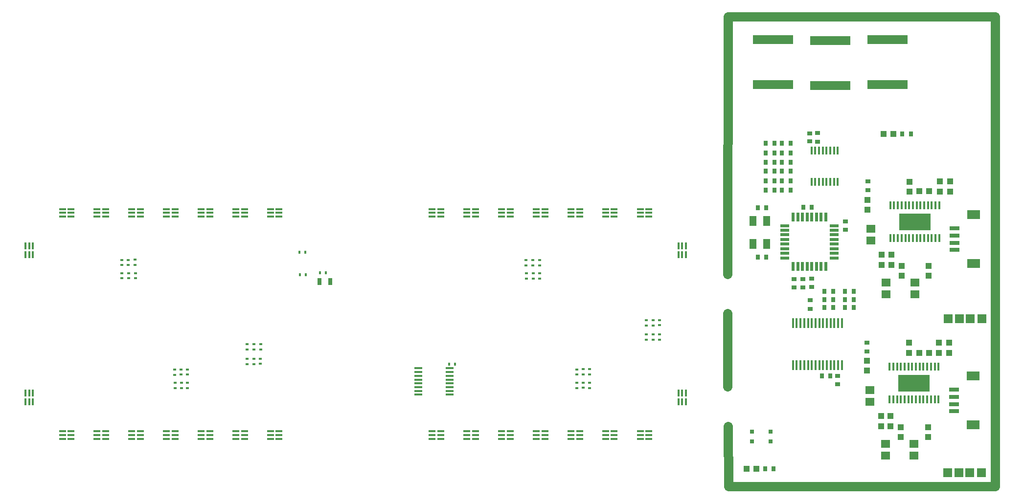
<source format=gtp>
G04*
G04 #@! TF.GenerationSoftware,Altium Limited,Altium Designer,18.1.9 (240)*
G04*
G04 Layer_Color=8421504*
%FSLAX44Y44*%
%MOMM*%
G71*
G01*
G75*
%ADD10R,0.8000X0.9000*%
%ADD11R,2.2000X1.6000*%
%ADD12R,1.8000X0.7000*%
%ADD13R,1.5000X0.5500*%
%ADD14R,0.5500X1.5000*%
%ADD15R,1.5240X1.5240*%
%ADD16R,0.7000X0.9000*%
%ADD17R,7.0000X1.5000*%
%ADD18R,0.3500X1.4000*%
%ADD19R,0.9000X0.7000*%
%ADD20R,1.0000X1.1000*%
%ADD21R,1.5000X1.4000*%
%ADD22R,1.1000X1.0000*%
%ADD23R,5.5118X2.9972*%
%ADD24R,0.3556X1.4224*%
%ADD25R,0.9000X0.8000*%
%ADD26R,0.7000X0.7500*%
%ADD27R,1.2000X1.8000*%
%ADD28R,0.4318X1.6510*%
%ADD40R,0.4500X0.6000*%
%ADD41R,1.4000X0.3500*%
%ADD42R,0.6000X0.4000*%
%ADD43R,0.8000X1.3000*%
%ADD44R,0.3500X1.2000*%
%ADD45R,1.2000X0.3500*%
%ADD46C,1.6000*%
D10*
X1677810Y731520D02*
D03*
X1663810D02*
D03*
X1585070Y645160D02*
D03*
X1599070D02*
D03*
Y730250D02*
D03*
X1585070D02*
D03*
X1696283Y439090D02*
D03*
X1710282D02*
D03*
D11*
X1958572Y718090D02*
D03*
Y633590D02*
D03*
X1957302Y438690D02*
D03*
Y354190D02*
D03*
D12*
X1925572Y669590D02*
D03*
Y657090D02*
D03*
Y682090D02*
D03*
Y694590D02*
D03*
X1924302Y390190D02*
D03*
Y377690D02*
D03*
Y402690D02*
D03*
Y415190D02*
D03*
D13*
X1717390Y699335D02*
D03*
Y691335D02*
D03*
Y683335D02*
D03*
Y675335D02*
D03*
Y667335D02*
D03*
Y659335D02*
D03*
Y651335D02*
D03*
Y643335D02*
D03*
X1631390D02*
D03*
Y651335D02*
D03*
Y659335D02*
D03*
Y667335D02*
D03*
Y675335D02*
D03*
Y683335D02*
D03*
Y691335D02*
D03*
Y699335D02*
D03*
D14*
X1702390Y628335D02*
D03*
X1694390D02*
D03*
X1686390D02*
D03*
X1678390D02*
D03*
X1670390D02*
D03*
X1662390D02*
D03*
X1654390D02*
D03*
X1646390D02*
D03*
Y714335D02*
D03*
X1654390D02*
D03*
X1662390D02*
D03*
X1670390D02*
D03*
X1678390D02*
D03*
X1686390D02*
D03*
X1694390D02*
D03*
X1702390D02*
D03*
D15*
X1914650Y538480D02*
D03*
X1913714Y271780D02*
D03*
X1933700Y538480D02*
D03*
X1952750D02*
D03*
X1973070D02*
D03*
X1972134Y271780D02*
D03*
X1951814D02*
D03*
X1932764D02*
D03*
D16*
X1613660Y842010D02*
D03*
X1598660D02*
D03*
X1613661Y825352D02*
D03*
X1598661D02*
D03*
X1613540Y808990D02*
D03*
X1598540D02*
D03*
X1626600Y842010D02*
D03*
X1641600D02*
D03*
X1626601Y825352D02*
D03*
X1641601D02*
D03*
X1626600Y808990D02*
D03*
X1641600D02*
D03*
X1613660Y777240D02*
D03*
X1598660D02*
D03*
X1613661Y793902D02*
D03*
X1598661D02*
D03*
X1598660Y760730D02*
D03*
X1613660D02*
D03*
X1626600Y777240D02*
D03*
X1641600D02*
D03*
X1715140Y557530D02*
D03*
X1700140D02*
D03*
X1735700Y557530D02*
D03*
X1750700D02*
D03*
X1736011Y571500D02*
D03*
X1751011D02*
D03*
X1735700Y585470D02*
D03*
X1750700D02*
D03*
X1626600Y760730D02*
D03*
X1641600D02*
D03*
X1597448Y278130D02*
D03*
X1612448D02*
D03*
X1626600Y793750D02*
D03*
X1641600D02*
D03*
X1715140Y585470D02*
D03*
X1700140D02*
D03*
X1715140Y571500D02*
D03*
X1700140D02*
D03*
X1850094Y858444D02*
D03*
X1835094D02*
D03*
D17*
X1611030Y943270D02*
D03*
Y1021270D02*
D03*
X1809150Y943270D02*
D03*
Y1021270D02*
D03*
X1710090Y942000D02*
D03*
Y1020000D02*
D03*
D18*
X1723283Y829190D02*
D03*
X1716783D02*
D03*
X1710282D02*
D03*
X1703783D02*
D03*
X1697283D02*
D03*
X1690782D02*
D03*
X1684283D02*
D03*
X1677782D02*
D03*
X1723283Y775190D02*
D03*
X1716783D02*
D03*
X1710282D02*
D03*
X1703783D02*
D03*
X1697283D02*
D03*
X1690782D02*
D03*
X1684283D02*
D03*
X1677782D02*
D03*
D19*
X1736895Y691762D02*
D03*
Y706762D02*
D03*
X1688590Y844670D02*
D03*
Y859670D02*
D03*
X1775284Y760850D02*
D03*
Y775850D02*
D03*
X1774014Y481450D02*
D03*
Y496450D02*
D03*
X1675890Y570110D02*
D03*
Y555110D02*
D03*
X1647995Y607082D02*
D03*
Y592082D02*
D03*
X1723283Y424300D02*
D03*
Y439300D02*
D03*
D20*
X1833824Y629920D02*
D03*
Y612920D02*
D03*
X1899744Y758580D02*
D03*
Y775580D02*
D03*
X1880694Y629920D02*
D03*
Y612920D02*
D03*
X1799414Y631580D02*
D03*
Y648580D02*
D03*
X1816124Y631580D02*
D03*
Y648580D02*
D03*
X1847674Y775190D02*
D03*
Y758190D02*
D03*
X1917524Y775580D02*
D03*
Y758580D02*
D03*
X1774950Y743873D02*
D03*
Y726872D02*
D03*
X1773680Y465446D02*
D03*
Y448446D02*
D03*
X1916254Y496180D02*
D03*
Y479180D02*
D03*
X1846850Y496180D02*
D03*
Y479180D02*
D03*
X1832554Y333520D02*
D03*
Y350520D02*
D03*
X1798144Y369180D02*
D03*
Y352180D02*
D03*
X1814854Y369180D02*
D03*
Y352180D02*
D03*
X1898561Y496180D02*
D03*
Y479180D02*
D03*
X1879424Y333520D02*
D03*
Y350520D02*
D03*
D21*
X1780364Y673647D02*
D03*
Y693647D02*
D03*
X1807034Y580550D02*
D03*
Y600550D02*
D03*
X1856564Y580550D02*
D03*
Y600550D02*
D03*
X1779094Y414247D02*
D03*
Y394247D02*
D03*
X1805764Y321150D02*
D03*
Y301150D02*
D03*
X1855294Y321150D02*
D03*
Y301150D02*
D03*
D22*
X1864320Y759460D02*
D03*
X1881320D02*
D03*
X1864451Y479187D02*
D03*
X1881451D02*
D03*
X1582790Y278130D02*
D03*
X1565790D02*
D03*
X1802344Y858520D02*
D03*
X1819344D02*
D03*
D23*
X1856564Y706120D02*
D03*
X1855294Y426720D02*
D03*
D24*
X1814400Y734568D02*
D03*
X1820750D02*
D03*
X1827354D02*
D03*
X1833704D02*
D03*
X1840308D02*
D03*
X1846912D02*
D03*
X1853262D02*
D03*
X1859866D02*
D03*
X1866216D02*
D03*
X1872820D02*
D03*
X1879424D02*
D03*
X1885774D02*
D03*
X1892378D02*
D03*
X1898728D02*
D03*
Y677672D02*
D03*
X1892378D02*
D03*
X1885774D02*
D03*
X1879424D02*
D03*
X1872820D02*
D03*
X1866216D02*
D03*
X1859866D02*
D03*
X1853262D02*
D03*
X1846912D02*
D03*
X1840308D02*
D03*
X1833704D02*
D03*
X1827354D02*
D03*
X1820750D02*
D03*
X1814400D02*
D03*
X1813130Y398272D02*
D03*
X1819480D02*
D03*
X1826084D02*
D03*
X1832434D02*
D03*
X1839038D02*
D03*
X1845642D02*
D03*
X1851992D02*
D03*
X1858596D02*
D03*
X1864946D02*
D03*
X1871550D02*
D03*
X1878154D02*
D03*
X1884504D02*
D03*
X1891108D02*
D03*
X1897458D02*
D03*
Y455168D02*
D03*
X1891108D02*
D03*
X1884504D02*
D03*
X1878154D02*
D03*
X1871550D02*
D03*
X1864946D02*
D03*
X1858596D02*
D03*
X1851992D02*
D03*
X1845642D02*
D03*
X1839038D02*
D03*
X1832434D02*
D03*
X1826084D02*
D03*
X1819480D02*
D03*
X1813130D02*
D03*
D25*
X1663235Y592582D02*
D03*
Y606582D02*
D03*
X1678390Y607202D02*
D03*
Y593202D02*
D03*
X1674620Y845170D02*
D03*
Y859170D02*
D03*
D26*
X1574800Y325760D02*
D03*
X1606800D02*
D03*
Y342260D02*
D03*
X1574800D02*
D03*
D27*
X1576305Y707832D02*
D03*
Y667832D02*
D03*
X1600305D02*
D03*
Y707832D02*
D03*
D28*
X1645975Y530352D02*
D03*
X1652325D02*
D03*
X1658929D02*
D03*
X1665279D02*
D03*
X1671883D02*
D03*
X1678487D02*
D03*
X1684837D02*
D03*
X1691441D02*
D03*
X1697791D02*
D03*
X1704395D02*
D03*
X1710999D02*
D03*
X1717349D02*
D03*
X1723953D02*
D03*
X1730303D02*
D03*
Y457708D02*
D03*
X1723953D02*
D03*
X1717349D02*
D03*
X1710999D02*
D03*
X1704395D02*
D03*
X1697791D02*
D03*
X1691441D02*
D03*
X1684837D02*
D03*
X1678487D02*
D03*
X1671883D02*
D03*
X1665279D02*
D03*
X1658929D02*
D03*
X1652325D02*
D03*
X1645975D02*
D03*
D40*
X801997Y652999D02*
D03*
X791997D02*
D03*
X827504Y618001D02*
D03*
X837504D02*
D03*
X1051003Y459377D02*
D03*
X1061003D02*
D03*
X792497Y613999D02*
D03*
X802497D02*
D03*
D41*
X1051468Y406660D02*
D03*
Y413160D02*
D03*
Y419660D02*
D03*
Y426160D02*
D03*
Y432660D02*
D03*
Y439160D02*
D03*
Y445660D02*
D03*
Y452160D02*
D03*
X997468Y406660D02*
D03*
Y413160D02*
D03*
Y419660D02*
D03*
Y426160D02*
D03*
Y432660D02*
D03*
Y439160D02*
D03*
Y445660D02*
D03*
Y452160D02*
D03*
D42*
X1414976Y535848D02*
D03*
Y526847D02*
D03*
X1403476Y535593D02*
D03*
Y526593D02*
D03*
X1391976Y535593D02*
D03*
Y526593D02*
D03*
X1414477Y510848D02*
D03*
Y501847D02*
D03*
X1403476Y510593D02*
D03*
Y501593D02*
D03*
X1391976Y510593D02*
D03*
Y501593D02*
D03*
X1293475Y450497D02*
D03*
Y441497D02*
D03*
X1207746Y607528D02*
D03*
Y616528D02*
D03*
X597730Y450261D02*
D03*
Y441260D02*
D03*
X507751Y607998D02*
D03*
Y616998D02*
D03*
X1282493Y450500D02*
D03*
Y441500D02*
D03*
X1196247Y607528D02*
D03*
Y616528D02*
D03*
X586748Y450263D02*
D03*
Y441263D02*
D03*
X496252Y607998D02*
D03*
Y616998D02*
D03*
X1271494Y450250D02*
D03*
Y441250D02*
D03*
X1184499Y607528D02*
D03*
Y616528D02*
D03*
X575749Y450013D02*
D03*
Y441013D02*
D03*
X484504Y607998D02*
D03*
Y616998D02*
D03*
X1293976Y427248D02*
D03*
Y418247D02*
D03*
X1207245Y630778D02*
D03*
Y639778D02*
D03*
X598231Y427010D02*
D03*
Y418010D02*
D03*
X507250Y631248D02*
D03*
Y640248D02*
D03*
X1282994Y427475D02*
D03*
Y418475D02*
D03*
X1195745Y630553D02*
D03*
Y639553D02*
D03*
X587249Y427238D02*
D03*
Y418238D02*
D03*
X495750Y631023D02*
D03*
Y640023D02*
D03*
X1271995Y427250D02*
D03*
Y418250D02*
D03*
X1183997Y630528D02*
D03*
Y639528D02*
D03*
X576250Y427013D02*
D03*
Y418013D02*
D03*
X484002Y630998D02*
D03*
Y639998D02*
D03*
X701456Y459756D02*
D03*
Y468756D02*
D03*
X712956Y459756D02*
D03*
Y468756D02*
D03*
X723956Y460010D02*
D03*
Y469010D02*
D03*
X701455Y484756D02*
D03*
Y493756D02*
D03*
X712955Y484756D02*
D03*
Y493756D02*
D03*
X724455Y485010D02*
D03*
Y494010D02*
D03*
D43*
X845004Y602501D02*
D03*
X826004D02*
D03*
D44*
X330500Y664000D02*
D03*
X324000D02*
D03*
X317500D02*
D03*
X330500Y649000D02*
D03*
X324000D02*
D03*
X317500D02*
D03*
X1460500Y409000D02*
D03*
X1454000D02*
D03*
X1447500D02*
D03*
X1460500Y394000D02*
D03*
X1454000D02*
D03*
X1447500D02*
D03*
X317500Y394000D02*
D03*
X324000D02*
D03*
X330500D02*
D03*
X317500Y409000D02*
D03*
X324000D02*
D03*
X330500D02*
D03*
X1447497Y648993D02*
D03*
X1453997D02*
D03*
X1460497D02*
D03*
X1447497Y663993D02*
D03*
X1453997D02*
D03*
X1460497D02*
D03*
D45*
X756500Y330003D02*
D03*
Y336503D02*
D03*
Y343003D02*
D03*
X741500Y330003D02*
D03*
Y336503D02*
D03*
Y343003D02*
D03*
X1036420Y714997D02*
D03*
Y721497D02*
D03*
Y727997D02*
D03*
X1021420Y714997D02*
D03*
Y721497D02*
D03*
Y727997D02*
D03*
X396500Y715000D02*
D03*
Y721500D02*
D03*
Y728000D02*
D03*
X381500Y715000D02*
D03*
Y721500D02*
D03*
Y728000D02*
D03*
X696500Y330003D02*
D03*
Y336503D02*
D03*
Y343003D02*
D03*
X681500Y330003D02*
D03*
Y336503D02*
D03*
Y343003D02*
D03*
X1096420Y714997D02*
D03*
Y721497D02*
D03*
Y727997D02*
D03*
X1081420Y714997D02*
D03*
Y721497D02*
D03*
Y727997D02*
D03*
X1396500Y330000D02*
D03*
Y336500D02*
D03*
Y343000D02*
D03*
X1381500Y330000D02*
D03*
Y336500D02*
D03*
Y343000D02*
D03*
X456500Y715000D02*
D03*
Y721500D02*
D03*
Y728000D02*
D03*
X441500Y715000D02*
D03*
Y721500D02*
D03*
Y728000D02*
D03*
X636500Y330003D02*
D03*
Y336503D02*
D03*
Y343003D02*
D03*
X621500Y330003D02*
D03*
Y336503D02*
D03*
Y343003D02*
D03*
X1156420Y714997D02*
D03*
Y721497D02*
D03*
Y727997D02*
D03*
X1141420Y714997D02*
D03*
Y721497D02*
D03*
Y727997D02*
D03*
X1336500Y330000D02*
D03*
Y336500D02*
D03*
Y343000D02*
D03*
X1321500Y330000D02*
D03*
Y336500D02*
D03*
Y343000D02*
D03*
X516500Y715000D02*
D03*
Y721500D02*
D03*
Y728000D02*
D03*
X501500Y715000D02*
D03*
Y721500D02*
D03*
Y728000D02*
D03*
X576500Y330003D02*
D03*
Y336503D02*
D03*
Y343003D02*
D03*
X561500Y330003D02*
D03*
Y336503D02*
D03*
Y343003D02*
D03*
X1216420Y714997D02*
D03*
Y721497D02*
D03*
Y727997D02*
D03*
X1201420Y714997D02*
D03*
Y721497D02*
D03*
Y727997D02*
D03*
X1276500Y330000D02*
D03*
Y336500D02*
D03*
Y343000D02*
D03*
X1261500Y330000D02*
D03*
Y336500D02*
D03*
Y343000D02*
D03*
X576500Y715000D02*
D03*
Y721500D02*
D03*
Y728000D02*
D03*
X561500Y715000D02*
D03*
Y721500D02*
D03*
Y728000D02*
D03*
X516500Y330003D02*
D03*
Y336503D02*
D03*
Y343003D02*
D03*
X501500Y330003D02*
D03*
Y336503D02*
D03*
Y343003D02*
D03*
X1276420Y714997D02*
D03*
Y721497D02*
D03*
Y727997D02*
D03*
X1261420Y714997D02*
D03*
Y721497D02*
D03*
Y727997D02*
D03*
X1216500Y330000D02*
D03*
Y336500D02*
D03*
Y343000D02*
D03*
X1201500Y330000D02*
D03*
Y336500D02*
D03*
Y343000D02*
D03*
X636500Y715000D02*
D03*
Y721500D02*
D03*
Y728000D02*
D03*
X621500Y715000D02*
D03*
Y721500D02*
D03*
Y728000D02*
D03*
X456500Y330003D02*
D03*
Y336503D02*
D03*
Y343003D02*
D03*
X441500Y330003D02*
D03*
Y336503D02*
D03*
Y343003D02*
D03*
X1336420Y714997D02*
D03*
Y721497D02*
D03*
Y727997D02*
D03*
X1321420Y714997D02*
D03*
Y721497D02*
D03*
Y727997D02*
D03*
X1156500Y330000D02*
D03*
Y336500D02*
D03*
Y343000D02*
D03*
X1141500Y330000D02*
D03*
Y336500D02*
D03*
Y343000D02*
D03*
X696500Y715000D02*
D03*
Y721500D02*
D03*
Y728000D02*
D03*
X681500Y715000D02*
D03*
Y721500D02*
D03*
Y728000D02*
D03*
X396500Y330003D02*
D03*
Y336503D02*
D03*
Y343003D02*
D03*
X381500Y330003D02*
D03*
Y336503D02*
D03*
Y343003D02*
D03*
X1396420Y714997D02*
D03*
Y721497D02*
D03*
Y727997D02*
D03*
X1381420Y714997D02*
D03*
Y721497D02*
D03*
Y727997D02*
D03*
X1096500Y330000D02*
D03*
Y336500D02*
D03*
Y343000D02*
D03*
X1081500Y330000D02*
D03*
Y336500D02*
D03*
Y343000D02*
D03*
X756500Y715000D02*
D03*
Y721500D02*
D03*
Y728000D02*
D03*
X741500Y715000D02*
D03*
Y721500D02*
D03*
Y728000D02*
D03*
X1036500Y330000D02*
D03*
Y336500D02*
D03*
Y343000D02*
D03*
X1021500Y330000D02*
D03*
Y336500D02*
D03*
Y343000D02*
D03*
D46*
X1532380Y420370D02*
Y547370D01*
X1995930Y247650D02*
X1534446D01*
X1533176Y351978D01*
X1532896Y615437D02*
X1533650Y1061720D01*
X1995930Y247650D02*
Y1061720D01*
X1533650Y1061720D02*
X1995930Y1061720D01*
M02*

</source>
